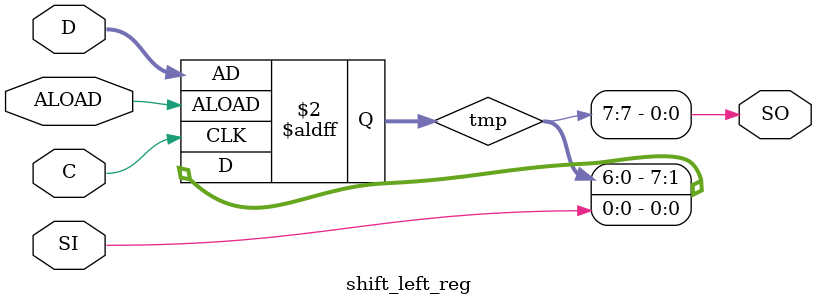
<source format=v>
module shift_left_reg (C, ALOAD, SI, D, SO); 
input  C,SI,ALOAD; 
input [7:0] D; 
output SO; 
reg [7:0] tmp; 
 
  always @(posedge C or posedge ALOAD) 
  begin 
    if (ALOAD) 
      tmp <= D; 
    else 
      begin 
        tmp <= {tmp[6:0], SI}; 
      end 
  end 
  assign SO  = tmp[7]; 
endmodule
</source>
